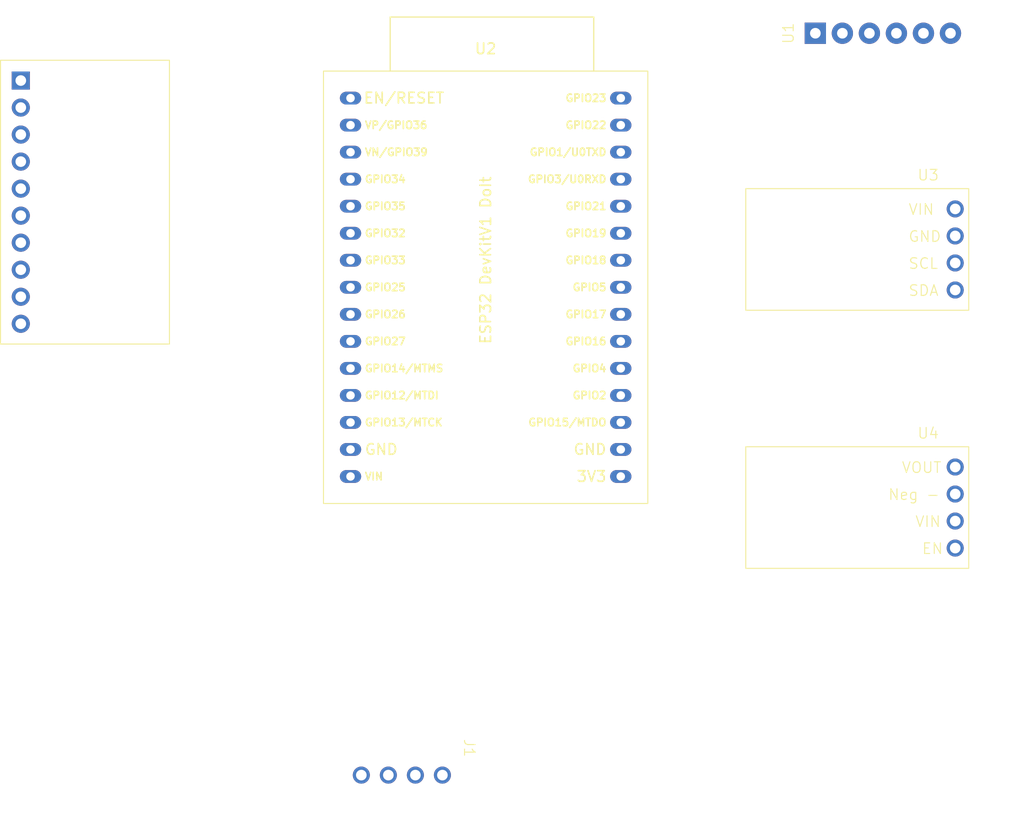
<source format=kicad_pcb>
(kicad_pcb (version 20221018) (generator pcbnew)
  (layers (0 "F.Cu" signal) (31 "B.Cu" signal) (34 "B.Paste" user) (35 "F.Paste" user) (36 "B.SilkS" user "B.Silkscreen") (37 "F.SilkS" user "F.Silkscreen") (38 "B.Mask" user) (39 "F.Mask" user) (44 "Edge.Cuts" user))
  (net 0 "")
  (footprint "OldBute:ADS1115" (layer "F.Cu") (at 33.147 31.115)
    (fp_text reference "M1" hide)
    (fp_text value "ads1115")
    (fp_rect (start -1.905 -1.905) (end 13.97 24.765) (stroke (width 0.1)) (fill none) (layer "F.SilkS"))
    (pad "1" thru_hole rect (at 0 0) (size 1.7 1.7) (drill 1) (layers "*.Cu" "*.Mask"))
    (pad "2" thru_hole oval (at 0 2.54) (size 1.7 1.7) (drill 1) (layers "*.Cu" "*.Mask"))
    (pad "3" thru_hole oval (at 0 5.08) (size 1.7 1.7) (drill 1) (layers "*.Cu" "*.Mask"))
    (pad "4" thru_hole oval (at 0 7.62) (size 1.7 1.7) (drill 1) (layers "*.Cu" "*.Mask"))
    (pad "5" thru_hole oval (at 0 10.16) (size 1.7 1.7) (drill 1) (layers "*.Cu" "*.Mask"))
    (pad "6" thru_hole oval (at 0 12.7) (size 1.7 1.7) (drill 1) (layers "*.Cu" "*.Mask"))
    (pad "7" thru_hole oval (at 0 15.24) (size 1.7 1.7) (drill 1) (layers "*.Cu" "*.Mask"))
    (pad "8" thru_hole oval (at 0 17.78) (size 1.7 1.7) (drill 1) (layers "*.Cu" "*.Mask"))
    (pad "9" thru_hole oval (at 0 20.32) (size 1.7 1.7) (drill 1) (layers "*.Cu" "*.Mask"))
    (pad "10" thru_hole oval (at 0 22.86) (size 1.7 1.7) (drill 1) (layers "*.Cu" "*.Mask"))
  )
  (footprint "OldBute:HiLetgo BMP280-3.3" (layer "F.Cu") (at 107.823 26.67 90)
    (fp_text reference "U1" (at 0 -2.54 90 unlocked) (layer "F.SilkS") (effects (font (thickness 0.1))))
    (fp_text value "BMP280")
    (pad "1" thru_hole rect (at 0 0 90) (size 2 2) (drill 1) (layers "*.Cu" "*.Mask"))
    (pad "2" thru_hole circle (at 0 2.54 90) (size 2 2) (drill 1) (layers "*.Cu" "*.Mask"))
    (pad "3" thru_hole circle (at 0 5.08 90) (size 2 2) (drill 1) (layers "*.Cu" "*.Mask"))
    (pad "4" thru_hole circle (at 0 7.62 90) (size 2 2) (drill 1) (layers "*.Cu" "*.Mask"))
    (pad "5" thru_hole circle (at 0 10.16 90) (size 2 2) (drill 1) (layers "*.Cu" "*.Mask"))
    (pad "6" thru_hole circle (at 0 12.7 90) (size 2 2) (drill 1) (layers "*.Cu" "*.Mask"))
  )
  (footprint "OldBute:Screw Terminal 2.54 x4" (layer "F.Cu") (at 60.071 93.853 -90)
    (fp_text reference "J1" (at 0 -15.24 -90 unlocked) (layer "F.SilkS") (effects (font (thickness 0.1))))
    (fp_text value "Screw_Terminal_01x04")
    (pad "1" thru_hole circle (at 2.54 -12.7 180) (size 1.6 1.6) (drill 1) (layers "*.Cu" "*.Mask"))
    (pad "2" thru_hole circle (at 2.54 -10.16 180) (size 1.6 1.6) (drill 1) (layers "*.Cu" "*.Mask"))
    (pad "3" thru_hole circle (at 2.54 -7.62 180) (size 1.6 1.6) (drill 1) (layers "*.Cu" "*.Mask"))
    (pad "4" thru_hole circle (at 2.54 -5.08 180) (size 1.6 1.6) (drill 1) (layers "*.Cu" "*.Mask"))
  )
  (footprint "OldBute:Drok Vreg" (layer "F.Cu") (at 118.4275 71.247)
    (fp_text reference "U4" (at 0 -6.985 unlocked) (layer "F.SilkS") (effects (font (thickness 0.1))))
    (fp_text value "~")
    (fp_text user "EN" (at -0.635 4.445 unlocked) (layer "F.SilkS") (effects (font (thickness 0.1)) (justify left bottom)))
    (fp_text user "VIN" (at -1.27 1.905 unlocked) (layer "F.SilkS") (effects (font (thickness 0.1)) (justify left bottom)))
    (fp_text user "VOUT" (at -2.54 -3.175 unlocked) (layer "F.SilkS") (effects (font (thickness 0.1)) (justify left bottom)))
    (fp_text user "Neg -" (at -3.81 -0.635 unlocked) (layer "F.SilkS") (effects (font (thickness 0.1)) (justify left bottom)))
    (fp_rect (start 3.81 -5.715) (end -17.145 5.715) (stroke (width 0.1)) (fill none) (layer "F.SilkS"))
    (pad "1" thru_hole circle (at 2.54 -3.81 270) (size 1.6 1.6) (drill 1) (layers "*.Cu" "*.Mask"))
    (pad "2" thru_hole circle (at 2.54 -1.27 270) (size 1.6 1.6) (drill 1) (layers "*.Cu" "*.Mask"))
    (pad "3" thru_hole circle (at 2.54 1.27 270) (size 1.6 1.6) (drill 1) (layers "*.Cu" "*.Mask"))
    (pad "4" thru_hole circle (at 2.54 3.81 270) (size 1.6 1.6) (drill 1) (layers "*.Cu" "*.Mask"))
  )
  (footprint "OldBute:ESP32 DevKitV1 DoIt" (layer "F.Cu") (at 61.595 30.226)
    (fp_text reference "U2" (at 15.24 -2.1) (layer "F.SilkS"))
    (fp_text value "ESP32 DevKitV1 DoIt" (at 15.24 17.78 90) (layer "F.SilkS"))
    (fp_text user "GPIO5" (at 26.67 20.32 unlocked) (layer "F.SilkS") (effects (font (size 0.7 0.7)) (justify right)))
    (fp_text user "GPIO34" (at 3.81 10.16 unlocked) (layer "F.SilkS") (effects (font (size 0.7 0.7)) (justify left)))
    (fp_text user "GPIO32" (at 3.81 15.24 unlocked) (layer "F.SilkS") (effects (font (size 0.7 0.7)) (justify left)))
    (fp_text user "VIN" (at 3.81 38.1 unlocked) (layer "F.SilkS") (effects (font (size 0.7 0.7)) (justify left)))
    (fp_text user "GPIO13/MTCK" (at 3.81 33.02 unlocked) (layer "F.SilkS") (effects (font (size 0.7 0.7)) (justify left)))
    (fp_text user "GPIO4" (at 26.67 27.94 unlocked) (layer "F.SilkS") (effects (font (size 0.7 0.7)) (justify right)))
    (fp_text user "GPIO35" (at 3.81 12.7 unlocked) (layer "F.SilkS") (effects (font (size 0.7 0.7)) (justify left)))
    (fp_text user "GPIO1/U0TXD" (at 26.67 7.62 unlocked) (layer "F.SilkS") (effects (font (size 0.7 0.7)) (justify right)))
    (fp_text user "GPIO14/MTMS" (at 3.81 27.94 unlocked) (layer "F.SilkS") (effects (font (size 0.7 0.7)) (justify left)))
    (fp_text user "GPIO12/MTDI" (at 3.81 30.48 unlocked) (layer "F.SilkS") (effects (font (size 0.7 0.7)) (justify left)))
    (fp_text user "GPIO18" (at 26.67 17.78 unlocked) (layer "F.SilkS") (effects (font (size 0.7 0.7)) (justify right)))
    (fp_text user "GPIO15/MTDO" (at 26.67 33.02 unlocked) (layer "F.SilkS") (effects (font (size 0.7 0.7)) (justify right)))
    (fp_text user "GND" (at 26.66632 35.56 unlocked) (layer "F.SilkS") (effects (justify right)))
    (fp_text user "GPIO19" (at 26.67 15.24 unlocked) (layer "F.SilkS") (effects (font (size 0.7 0.7)) (justify right)))
    (fp_text user "VP/GPIO36" (at 3.81 5.08 unlocked) (layer "F.SilkS") (effects (font (size 0.7 0.7)) (justify left)))
    (fp_text user "GPIO26" (at 3.81 22.86 unlocked) (layer "F.SilkS") (effects (font (size 0.7 0.7)) (justify left)))
    (fp_text user "GPIO21" (at 26.67 12.7 unlocked) (layer "F.SilkS") (effects (font (size 0.7 0.7)) (justify right)))
    (fp_text user "GPIO27" (at 3.81 25.4 unlocked) (layer "F.SilkS") (effects (font (size 0.7 0.7)) (justify left)))
    (fp_text user "GPIO25" (at 3.81 20.32 unlocked) (layer "F.SilkS") (effects (font (size 0.7 0.7)) (justify left)))
    (fp_text user "GPIO22" (at 26.67 5.08 unlocked) (layer "F.SilkS") (effects (font (size 0.7 0.7)) (justify right)))
    (fp_text user "GND" (at 3.81 35.56 unlocked) (layer "F.SilkS") (effects (justify left)))
    (fp_text user "GPIO2" (at 26.67 30.48 unlocked) (layer "F.SilkS") (effects (font (size 0.7 0.7)) (justify right)))
    (fp_text user "GPIO3/U0RXD" (at 26.67 10.16 unlocked) (layer "F.SilkS") (effects (font (size 0.7 0.7)) (justify right)))
    (fp_text user "GPIO17" (at 26.67 22.86 unlocked) (layer "F.SilkS") (effects (font (size 0.7 0.7)) (justify right)))
    (fp_text user "GPIO33" (at 3.81 17.78 unlocked) (layer "F.SilkS") (effects (font (size 0.7 0.7)) (justify left)))
    (fp_text user "EN/RESET" (at 11.42632 2.53728 unlocked) (layer "F.SilkS") (effects (justify right)))
    (fp_text user "VN/GPIO39" (at 3.81 7.62 unlocked) (layer "F.SilkS") (effects (font (size 0.7 0.7)) (justify left)))
    (fp_text user "GPIO23" (at 26.67 2.54 unlocked) (layer "F.SilkS") (effects (font (size 0.7 0.7)) (justify right)))
    (fp_text user "GPIO16" (at 26.67 25.4 unlocked) (layer "F.SilkS") (effects (font (size 0.7 0.7)) (justify right)))
    (fp_text user "3V3" (at 26.67 38.1 unlocked) (layer "F.SilkS") (effects (justify right)))
    (fp_line (start 6.27012 -5.08) (end 25.4 -5.08) (stroke (width 0.12)) (layer "F.SilkS"))
    (fp_line (start 6.27012 0) (end 6.27012 -5.08) (stroke (width 0.12)) (layer "F.SilkS"))
    (fp_line (start 25.4 0) (end 25.4 -5.08) (stroke (width 0.12)) (layer "F.SilkS"))
    (fp_rect (start 0 0) (end 30.48 40.64) (stroke (width 0.1)) (fill none) (layer "F.SilkS"))
    (pad "1" thru_hole oval (at 2.54 2.54 270) (size 1.2 2) (drill 0.8) (layers "*.Cu" "*.Mask"))
    (pad "2" thru_hole oval (at 2.54 5.08 270) (size 1.2 2) (drill 0.8) (layers "*.Cu" "*.Mask"))
    (pad "3" thru_hole oval (at 2.54 7.62 270) (size 1.2 2) (drill 0.8) (layers "*.Cu" "*.Mask"))
    (pad "4" thru_hole oval (at 2.54 10.16 270) (size 1.2 2) (drill 0.8) (layers "*.Cu" "*.Mask"))
    (pad "5" thru_hole oval (at 2.54 12.7 270) (size 1.2 2) (drill 0.8) (layers "*.Cu" "*.Mask"))
    (pad "6" thru_hole oval (at 2.54 15.24 270) (size 1.2 2) (drill 0.8) (layers "*.Cu" "*.Mask"))
    (pad "7" thru_hole oval (at 2.54 17.78 270) (size 1.2 2) (drill 0.8) (layers "*.Cu" "*.Mask"))
    (pad "8" thru_hole oval (at 2.54 20.32 270) (size 1.2 2) (drill 0.8) (layers "*.Cu" "*.Mask"))
    (pad "9" thru_hole oval (at 2.54 22.86 270) (size 1.2 2) (drill 0.8) (layers "*.Cu" "*.Mask"))
    (pad "10" thru_hole oval (at 2.54 25.4 270) (size 1.2 2) (drill 0.8) (layers "*.Cu" "*.Mask"))
    (pad "11" thru_hole oval (at 2.54 27.94 270) (size 1.2 2) (drill 0.8) (layers "*.Cu" "*.Mask"))
    (pad "12" thru_hole oval (at 2.54 30.48 270) (size 1.2 2) (drill 0.8) (layers "*.Cu" "*.Mask"))
    (pad "13" thru_hole oval (at 2.54 33.02 270) (size 1.2 2) (drill 0.8) (layers "*.Cu" "*.Mask"))
    (pad "14" thru_hole oval (at 2.54 35.56 270) (size 1.2 2) (drill 0.8) (layers "*.Cu" "*.Mask"))
    (pad "15" thru_hole oval (at 2.54 38.1 270) (size 1.2 2) (drill 0.8) (layers "*.Cu" "*.Mask"))
    (pad "16" thru_hole oval (at 27.94 38.1 270) (size 1.2 2) (drill 0.8) (layers "*.Cu" "*.Mask"))
    (pad "17" thru_hole oval (at 27.94 35.56 270) (size 1.2 2) (drill 0.8) (layers "*.Cu" "*.Mask"))
    (pad "18" thru_hole oval (at 27.94 33.02 270) (size 1.2 2) (drill 0.8) (layers "*.Cu" "*.Mask"))
    (pad "19" thru_hole oval (at 27.94 30.48 270) (size 1.2 2) (drill 0.8) (layers "*.Cu" "*.Mask"))
    (pad "20" thru_hole oval (at 27.94 27.94 270) (size 1.2 2) (drill 0.8) (layers "*.Cu" "*.Mask"))
    (pad "21" thru_hole oval (at 27.94 25.4 270) (size 1.2 2) (drill 0.8) (layers "*.Cu" "*.Mask"))
    (pad "22" thru_hole oval (at 27.94 22.86 270) (size 1.2 2) (drill 0.8) (layers "*.Cu" "*.Mask"))
    (pad "23" thru_hole oval (at 27.94 20.32 270) (size 1.2 2) (drill 0.8) (layers "*.Cu" "*.Mask"))
    (pad "24" thru_hole oval (at 27.94 17.78 270) (size 1.2 2) (drill 0.8) (layers "*.Cu" "*.Mask"))
    (pad "25" thru_hole oval (at 27.94 15.24 270) (size 1.2 2) (drill 0.8) (layers "*.Cu" "*.Mask"))
    (pad "26" thru_hole oval (at 27.94 12.7 270) (size 1.2 2) (drill 0.8) (layers "*.Cu" "*.Mask"))
    (pad "27" thru_hole oval (at 27.94 10.16 270) (size 1.2 2) (drill 0.8) (layers "*.Cu" "*.Mask"))
    (pad "28" thru_hole oval (at 27.94 7.62 270) (size 1.2 2) (drill 0.8) (layers "*.Cu" "*.Mask"))
    (pad "29" thru_hole oval (at 27.94 5.08 270) (size 1.2 2) (drill 0.8) (layers "*.Cu" "*.Mask"))
    (pad "30" thru_hole oval (at 27.94 2.54 270) (size 1.2 2) (drill 0.8) (layers "*.Cu" "*.Mask"))
  )
  (footprint "OldBute:AHT20 Humidity Module" (layer "F.Cu") (at 118.4275 46.99)
    (fp_text reference "U3" (at 0 -6.985 unlocked) (layer "F.SilkS") (effects (font (thickness 0.1))))
    (fp_text value "AHT20 Humidity Module")
    (fp_text user "SCL" (at -1.905 1.905 unlocked) (layer "F.SilkS") (effects (font (thickness 0.1)) (justify left bottom)))
    (fp_text user "SDA" (at -1.905 4.445 unlocked) (layer "F.SilkS") (effects (font (thickness 0.1)) (justify left bottom)))
    (fp_text user "VIN" (at -1.905 -3.175 unlocked) (layer "F.SilkS") (effects (font (thickness 0.1)) (justify left bottom)))
    (fp_text user "GND" (at -1.905 -0.635 unlocked) (layer "F.SilkS") (effects (font (thickness 0.1)) (justify left bottom)))
    (fp_rect (start 3.81 -5.715) (end -17.145 5.715) (stroke (width 0.1)) (fill none) (layer "F.SilkS"))
    (pad "1" thru_hole circle (at 2.54 -3.81 270) (size 1.6 1.6) (drill 1) (layers "*.Cu" "*.Mask"))
    (pad "2" thru_hole circle (at 2.54 -1.27 270) (size 1.6 1.6) (drill 1) (layers "*.Cu" "*.Mask"))
    (pad "3" thru_hole circle (at 2.54 1.27 270) (size 1.6 1.6) (drill 1) (layers "*.Cu" "*.Mask"))
    (pad "4" thru_hole circle (at 2.54 3.81 270) (size 1.6 1.6) (drill 1) (layers "*.Cu" "*.Mask"))
  )
)
</source>
